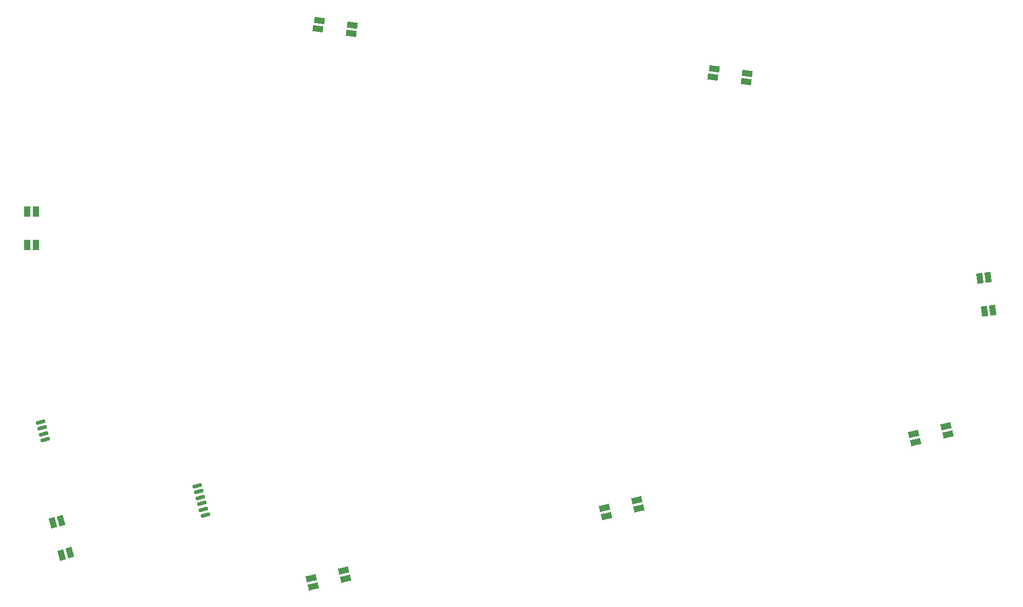
<source format=gbr>
%TF.GenerationSoftware,KiCad,Pcbnew,(6.0.5)*%
%TF.CreationDate,2022-07-12T17:30:17+09:00*%
%TF.ProjectId,ergotonic_f24-pcb-right,6572676f-746f-46e6-9963-5f6632342d70,rev?*%
%TF.SameCoordinates,Original*%
%TF.FileFunction,Paste,Top*%
%TF.FilePolarity,Positive*%
%FSLAX46Y46*%
G04 Gerber Fmt 4.6, Leading zero omitted, Abs format (unit mm)*
G04 Created by KiCad (PCBNEW (6.0.5)) date 2022-07-12 17:30:17*
%MOMM*%
%LPD*%
G01*
G04 APERTURE LIST*
G04 Aperture macros list*
%AMRoundRect*
0 Rectangle with rounded corners*
0 $1 Rounding radius*
0 $2 $3 $4 $5 $6 $7 $8 $9 X,Y pos of 4 corners*
0 Add a 4 corners polygon primitive as box body*
4,1,4,$2,$3,$4,$5,$6,$7,$8,$9,$2,$3,0*
0 Add four circle primitives for the rounded corners*
1,1,$1+$1,$2,$3*
1,1,$1+$1,$4,$5*
1,1,$1+$1,$6,$7*
1,1,$1+$1,$8,$9*
0 Add four rect primitives between the rounded corners*
20,1,$1+$1,$2,$3,$4,$5,0*
20,1,$1+$1,$4,$5,$6,$7,0*
20,1,$1+$1,$6,$7,$8,$9,0*
20,1,$1+$1,$8,$9,$2,$3,0*%
%AMRotRect*
0 Rectangle, with rotation*
0 The origin of the aperture is its center*
0 $1 length*
0 $2 width*
0 $3 Rotation angle, in degrees counterclockwise*
0 Add horizontal line*
21,1,$1,$2,0,0,$3*%
G04 Aperture macros list end*
%ADD10RotRect,1.700000X1.000000X285.120000*%
%ADD11RotRect,1.700000X1.000000X352.000000*%
%ADD12RotRect,1.700000X1.000000X13.500000*%
%ADD13R,1.000000X1.700000*%
%ADD14RoundRect,0.150000X0.642490X0.018219X0.564237X0.307833X-0.642490X-0.018219X-0.564237X-0.307833X0*%
%ADD15RotRect,1.700000X1.000000X98.000000*%
G04 APERTURE END LIST*
D10*
%TO.C,LED_11*%
X12582081Y-92915210D03*
X11230547Y-93280389D03*
X9795919Y-87970790D03*
X11147453Y-87605611D03*
%TD*%
D11*
%TO.C,LED_8*%
X124286658Y-13879538D03*
X124091816Y-15265914D03*
X118645342Y-14500462D03*
X118840184Y-13114086D03*
%TD*%
%TO.C,LED_9*%
X53747184Y-5154086D03*
X53552342Y-6540462D03*
X58998816Y-7305914D03*
X59193658Y-5919538D03*
%TD*%
D12*
%TO.C,LED_14*%
X157073606Y-72045366D03*
X157400429Y-73406684D03*
X152052394Y-74690634D03*
X151725571Y-73329316D03*
%TD*%
D13*
%TO.C,LED_10*%
X7022000Y-42147000D03*
X5622000Y-42147000D03*
X5622000Y-36647000D03*
X7022000Y-36647000D03*
%TD*%
D14*
%TO.C,J4*%
X34931234Y-86719839D03*
X34670393Y-85754457D03*
X34409551Y-84789076D03*
X34148710Y-83823694D03*
X33887868Y-82858313D03*
X33627027Y-81892931D03*
%TD*%
%TO.C,J2*%
X8541393Y-74285457D03*
X8280551Y-73320076D03*
X8019710Y-72354694D03*
X7758868Y-71389313D03*
%TD*%
D12*
%TO.C,LED_13*%
X106105606Y-84252366D03*
X106432429Y-85613684D03*
X101084394Y-86897634D03*
X100757571Y-85536316D03*
%TD*%
D15*
%TO.C,LED_15*%
X162634086Y-47671184D03*
X164020462Y-47476342D03*
X164785914Y-52922816D03*
X163399538Y-53117658D03*
%TD*%
D12*
%TO.C,LED_12*%
X57754606Y-95854366D03*
X58081429Y-97215684D03*
X52733394Y-98499634D03*
X52406571Y-97138316D03*
%TD*%
M02*

</source>
